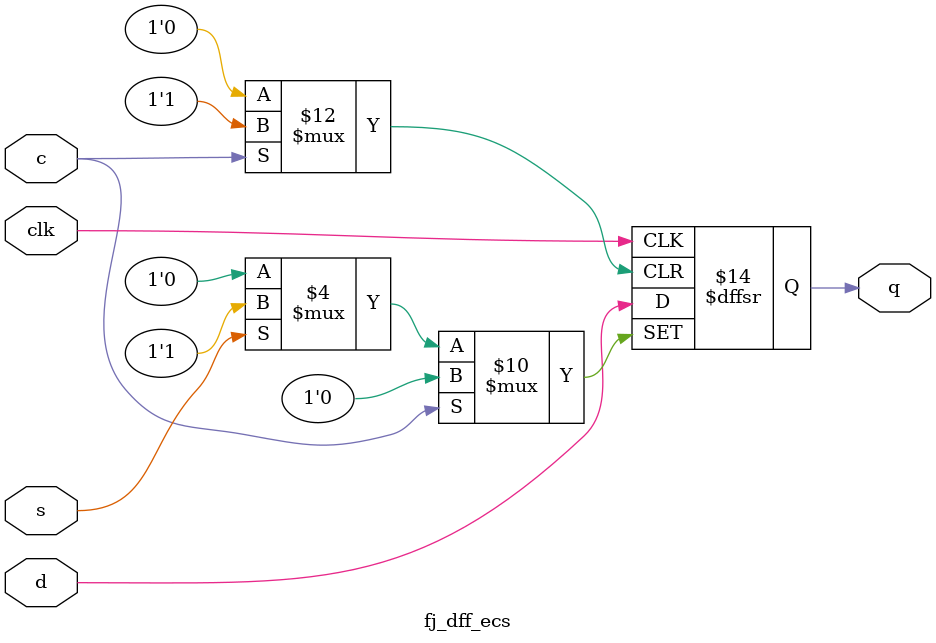
<source format=v>
module fj_dff_ecs(q, d, clk, c, s);
output  q; 
input   d, clk, c, s;
        reg q;
	always @(posedge clk or posedge s or posedge c) begin
		if (c)
		  	q <= #1 1'b0;
		else if (s)
		  	q <= #1 1'b1;
		else
                   	q <= #1 d;
        end
endmodule
</source>
